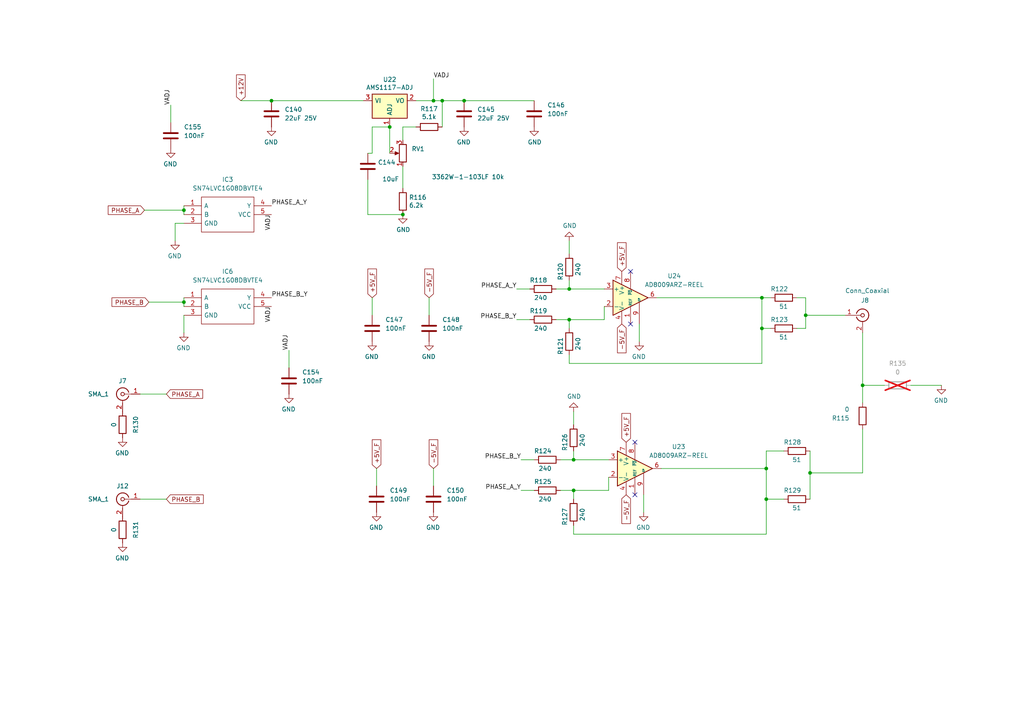
<source format=kicad_sch>
(kicad_sch (version 20231120) (generator "eeschema") (generator_version "8.0")
  (paper "A4")
  (lib_symbols
    (symbol "Amplifier_Operational:THS3491xDDA" (pin_names (offset 0.127))
      (property "Reference" "U" (at 3.81 3.81 0))
      (property "Value" "THS3491xDDA" (at 10.16 -2.54 0))
      (symbol "THS3491xDDA_1_1"
        (polyline (pts (xy -5.08 5.08) (xy 5.08 0) (xy -5.08 -5.08) (xy -5.08 5.08)) (stroke (width 0.254)) (fill (type background)))
        (pin input line (at 0 -7.62 90) (length 5.08) (name "REF") (number "1"))
        (pin input line (at -7.62 -2.54 0) (length 2.54) (name "-") (number "2"))
        (pin input line (at -7.62 2.54 0) (length 2.54) (name "+") (number "3"))
        (pin power_in line (at -2.54 -7.62 90) (length 3.81) (name "V-") (number "4"))
        (pin no_connect line (at -5.08 0 0) (length 2.54) hide (name "NC") (number "5"))
        (pin output line (at 7.62 0 180) (length 2.54) (name "~") (number "6"))
        (pin power_in line (at -2.54 7.62 270) (length 3.81) (name "V+") (number "7"))
        (pin input line (at 0 7.62 270) (length 5.08) (name "~{PD}") (number "8"))
        (pin passive line (at 2.54 -7.62 90) (length 6.35) (name "EP") (number "9"))
      )
    )
    (symbol "Connector:Conn_Coaxial" (pin_names (offset 1.016) hide)
      (property "Reference" "J" (at 0.254 3.048 0))
      (property "Value" "Conn_Coaxial" (at 2.921 0 90))
      (symbol "Conn_Coaxial_0_1"
        (arc (start -1.778 -0.508) (mid 0.2311 -1.8066) (end 1.778 0) (stroke (width 0.254)))
        (polyline (pts (xy -2.54 0) (xy -0.508 0)))
        (polyline (pts (xy 0 -2.54) (xy 0 -1.778)))
        (circle (center 0 0) (radius 0.508) (stroke (width 0.2032)))
        (arc (start 1.778 0) (mid 0.2099 1.8101) (end -1.778 0.508) (stroke (width 0.254)))
      )
      (symbol "Conn_Coaxial_1_1"
        (pin passive line (at -5.08 0 0) (length 2.54) (name "In") (number "1"))
        (pin passive line (at 0 -5.08 90) (length 2.54) (name "Ext") (number "2"))
      )
    )
    (symbol "Device:C" (pin_numbers hide) (pin_names (offset 0.254))
      (property "Reference" "C" (at 0.635 2.54 0))
      (property "Value" "C" (at 0.635 -2.54 0))
      (symbol "C_0_1"
        (polyline (pts (xy -2.032 -0.762) (xy 2.032 -0.762)) (stroke (width 0.508)))
        (polyline (pts (xy -2.032 0.762) (xy 2.032 0.762)) (stroke (width 0.508)))
      )
      (symbol "C_1_1"
        (pin passive line (at 0 3.81 270) (length 2.794) (name "~") (number "1"))
        (pin passive line (at 0 -3.81 90) (length 2.794) (name "~") (number "2"))
      )
    )
    (symbol "Device:R" (pin_numbers hide) (pin_names (offset 0))
      (property "Reference" "R" (at 2.032 0 90))
      (property "Value" "R" (at 0 0 90))
      (symbol "R_0_1"
        (rectangle (start -1.016 -2.54) (end 1.016 2.54) (stroke (width 0.254)))
      )
      (symbol "R_1_1"
        (pin passive line (at 0 3.81 270) (length 1.27) (name "~") (number "1"))
        (pin passive line (at 0 -3.81 90) (length 1.27) (name "~") (number "2"))
      )
    )
    (symbol "Device:R_Potentiometer" (pin_names (offset 1.016) hide)
      (property "Reference" "RV" (at -4.445 0 90))
      (property "Value" "R_Potentiometer" (at -2.54 0 90))
      (symbol "R_Potentiometer_0_1"
        (polyline (pts (xy 2.54 0) (xy 1.524 0)))
        (polyline (pts (xy 1.143 0) (xy 2.286 0.508) (xy 2.286 -0.508) (xy 1.143 0)) (fill (type outline)))
        (rectangle (start 1.016 2.54) (end -1.016 -2.54) (stroke (width 0.254)))
      )
      (symbol "R_Potentiometer_1_1"
        (pin passive line (at 0 3.81 270) (length 1.27) (name "1") (number "1"))
        (pin passive line (at 3.81 0 180) (length 1.27) (name "2") (number "2"))
        (pin passive line (at 0 -3.81 90) (length 1.27) (name "3") (number "3"))
      )
    )
    (symbol "Regulator_Linear:AMS1117" (pin_names (offset 0.762))
      (property "Reference" "U" (at -3.81 3.175 0))
      (property "Value" "AMS1117" (at 0 3.175 0))
      (symbol "AMS1117_0_1"
        (rectangle (start -5.08 -5.08) (end 5.08 1.905) (stroke (width 0.254)) (fill (type background)))
      )
      (symbol "AMS1117_1_1"
        (pin input line (at 0 -7.62 90) (length 2.54) (name "ADJ") (number "1"))
        (pin power_out line (at 7.62 0 180) (length 2.54) (name "VO") (number "2"))
        (pin power_in line (at -7.62 0 0) (length 2.54) (name "VI") (number "3"))
      )
    )
    (symbol "SN74LVC1G08DBVTE4:SN74LVC1G08DBVTE4" (pin_names (offset 0.762))
      (property "Reference" "IC" (at 21.59 7.62 0))
      (property "Value" "SN74LVC1G08DBVTE4" (at 21.59 5.08 0))
      (symbol "SN74LVC1G08DBVTE4_0_0"
        (pin bidirectional line (at 0 0 0) (length 5.08) (name "A") (number "1"))
        (pin bidirectional line (at 0 -2.54 0) (length 5.08) (name "B") (number "2"))
        (pin power_in line (at 0 -5.08 0) (length 5.08) (name "GND") (number "3"))
        (pin bidirectional line (at 25.4 0 180) (length 5.08) (name "Y") (number "4"))
        (pin power_in line (at 25.4 -2.54 180) (length 5.08) (name "VCC") (number "5"))
      )
      (symbol "SN74LVC1G08DBVTE4_0_1"
        (polyline (pts (xy 5.08 2.54) (xy 20.32 2.54) (xy 20.32 -7.62) (xy 5.08 -7.62) (xy 5.08 2.54)) (stroke (width 0.1524)))
      )
    )
    (symbol "power:GND" (power) (pin_names (offset 0))
      (property "Value" "GND" (at 0 -3.81 0))
      (symbol "GND_0_1"
        (polyline (pts (xy 0 0) (xy 0 -1.27) (xy 1.27 -1.27) (xy 0 -2.54) (xy -1.27 -1.27) (xy 0 -1.27)))
      )
      (symbol "GND_1_1"
        (pin power_in line (at 0 0 270) (length 0) hide (name "GND") (number "1"))
      )
    )
  )
  (junction (at 234.95 137.16))
  (junction (at 53.34 87.63))
  (junction (at 165.1 83.82))
  (junction (at 166.37 142.24))
  (junction (at 113.03 36.83))
  (junction (at 116.84 62.23))
  (junction (at 222.25 144.78))
  (junction (at 134.62 29.21))
  (junction (at 165.1 92.71))
  (junction (at 166.37 133.35))
  (junction (at 125.73 29.21))
  (junction (at 222.25 135.89))
  (junction (at 53.34 60.96))
  (junction (at 128.27 29.21))
  (junction (at 233.68 91.44))
  (junction (at 78.74 29.21))
  (junction (at 250.19 111.76))
  (junction (at 220.98 86.36))
  (junction (at 220.98 95.25))
  (no_connect (at 184.15 143.51))
  (no_connect (at 184.15 128.27))
  (no_connect (at 182.88 78.74))
  (no_connect (at 182.88 93.98))
  (wire (pts (xy 40.64 144.78) (xy 48.26 144.78)))
  (wire (pts (xy 166.37 130.81) (xy 166.37 133.35)))
  (wire (pts (xy 231.14 86.36) (xy 233.68 86.36)))
  (wire (pts (xy 116.84 48.26) (xy 116.84 54.61)))
  (wire (pts (xy 165.1 69.85) (xy 165.1 73.66)))
  (wire (pts (xy 166.37 133.35) (xy 176.53 133.35)))
  (wire (pts (xy 128.27 29.21) (xy 134.62 29.21)))
  (wire (pts (xy 234.95 137.16) (xy 250.19 137.16)))
  (wire (pts (xy 113.03 36.83) (xy 113.03 44.45)))
  (wire (pts (xy 185.42 93.98) (xy 185.42 99.06)))
  (wire (pts (xy 106.68 62.23) (xy 116.84 62.23)))
  (wire (pts (xy 222.25 135.89) (xy 222.25 144.78)))
  (wire (pts (xy 165.1 102.87) (xy 165.1 105.41)))
  (wire (pts (xy 165.1 83.82) (xy 161.29 83.82)))
  (wire (pts (xy 78.74 29.21) (xy 105.41 29.21)))
  (wire (pts (xy 107.95 44.45) (xy 106.68 44.45)))
  (wire (pts (xy 227.33 130.81) (xy 222.25 130.81)))
  (wire (pts (xy 50.8 69.85) (xy 50.8 64.77)))
  (wire (pts (xy 134.62 29.21) (xy 154.94 29.21)))
  (wire (pts (xy 107.95 86.36) (xy 107.95 91.44)))
  (wire (pts (xy 165.1 95.25) (xy 165.1 92.71)))
  (wire (pts (xy 83.82 101.6) (xy 83.82 106.68)))
  (wire (pts (xy 151.13 142.24) (xy 154.94 142.24)))
  (wire (pts (xy 166.37 154.94) (xy 222.25 154.94)))
  (wire (pts (xy 151.13 133.35) (xy 154.94 133.35)))
  (wire (pts (xy 50.8 64.77) (xy 53.34 64.77)))
  (wire (pts (xy 222.25 154.94) (xy 222.25 144.78)))
  (wire (pts (xy 234.95 130.81) (xy 234.95 137.16)))
  (wire (pts (xy 43.18 87.63) (xy 53.34 87.63)))
  (wire (pts (xy 41.91 60.96) (xy 53.34 60.96)))
  (wire (pts (xy 125.73 29.21) (xy 128.27 29.21)))
  (wire (pts (xy 165.1 92.71) (xy 175.26 92.71)))
  (wire (pts (xy 233.68 95.25) (xy 231.14 95.25)))
  (wire (pts (xy 53.34 86.36) (xy 53.34 87.63)))
  (wire (pts (xy 165.1 83.82) (xy 175.26 83.82)))
  (wire (pts (xy 250.19 111.76) (xy 250.19 116.84)))
  (wire (pts (xy 53.34 59.69) (xy 53.34 60.96)))
  (wire (pts (xy 166.37 119.38) (xy 166.37 123.19)))
  (wire (pts (xy 69.85 29.21) (xy 78.74 29.21)))
  (wire (pts (xy 128.27 36.83) (xy 128.27 29.21)))
  (wire (pts (xy 53.34 87.63) (xy 53.34 88.9)))
  (wire (pts (xy 166.37 142.24) (xy 162.56 142.24)))
  (wire (pts (xy 165.1 92.71) (xy 161.29 92.71)))
  (wire (pts (xy 250.19 137.16) (xy 250.19 124.46)))
  (wire (pts (xy 223.52 95.25) (xy 220.98 95.25)))
  (wire (pts (xy 116.84 40.64) (xy 116.84 36.83)))
  (wire (pts (xy 166.37 152.4) (xy 166.37 154.94)))
  (wire (pts (xy 222.25 135.89) (xy 191.77 135.89)))
  (wire (pts (xy 53.34 60.96) (xy 53.34 62.23)))
  (wire (pts (xy 125.73 22.86) (xy 125.73 29.21)))
  (wire (pts (xy 106.68 52.07) (xy 106.68 62.23)))
  (wire (pts (xy 234.95 137.16) (xy 234.95 144.78)))
  (wire (pts (xy 166.37 144.78) (xy 166.37 142.24)))
  (wire (pts (xy 222.25 130.81) (xy 222.25 135.89)))
  (wire (pts (xy 250.19 111.76) (xy 256.54 111.76)))
  (wire (pts (xy 165.1 81.28) (xy 165.1 83.82)))
  (wire (pts (xy 233.68 86.36) (xy 233.68 91.44)))
  (wire (pts (xy 227.33 144.78) (xy 222.25 144.78)))
  (wire (pts (xy 149.86 83.82) (xy 153.67 83.82)))
  (wire (pts (xy 49.53 30.48) (xy 49.53 35.56)))
  (wire (pts (xy 233.68 95.25) (xy 233.68 91.44)))
  (wire (pts (xy 107.95 44.45) (xy 107.95 36.83)))
  (wire (pts (xy 166.37 133.35) (xy 162.56 133.35)))
  (wire (pts (xy 165.1 105.41) (xy 220.98 105.41)))
  (wire (pts (xy 166.37 142.24) (xy 176.53 142.24)))
  (wire (pts (xy 220.98 86.36) (xy 190.5 86.36)))
  (wire (pts (xy 220.98 86.36) (xy 220.98 95.25)))
  (wire (pts (xy 107.95 36.83) (xy 113.03 36.83)))
  (wire (pts (xy 125.73 135.89) (xy 125.73 140.97)))
  (wire (pts (xy 264.16 111.76) (xy 273.05 111.76)))
  (wire (pts (xy 53.34 96.52) (xy 53.34 91.44)))
  (wire (pts (xy 220.98 105.41) (xy 220.98 95.25)))
  (wire (pts (xy 223.52 86.36) (xy 220.98 86.36)))
  (wire (pts (xy 109.22 135.89) (xy 109.22 140.97)))
  (wire (pts (xy 40.64 114.3) (xy 48.26 114.3)))
  (wire (pts (xy 176.53 138.43) (xy 176.53 142.24)))
  (wire (pts (xy 120.65 29.21) (xy 125.73 29.21)))
  (wire (pts (xy 175.26 88.9) (xy 175.26 92.71)))
  (wire (pts (xy 250.19 96.52) (xy 250.19 111.76)))
  (wire (pts (xy 124.46 86.36) (xy 124.46 91.44)))
  (wire (pts (xy 149.86 92.71) (xy 153.67 92.71)))
  (wire (pts (xy 233.68 91.44) (xy 245.11 91.44)))
  (wire (pts (xy 116.84 36.83) (xy 120.65 36.83)))
  (wire (pts (xy 186.69 143.51) (xy 186.69 148.59)))
  (label "PHASE_B_Y" (at 78.74 86.36 0))
  (label "VADJ" (at 78.74 88.9 270))
  (label "VADJ" (at 125.73 22.86 0))
  (label "PHASE_A_Y" (at 151.13 142.24 180))
  (label "PHASE_B_Y" (at 151.13 133.35 180))
  (label "VADJ" (at 83.82 101.6 90))
  (label "PHASE_B_Y" (at 149.86 92.71 180))
  (label "VADJ" (at 49.53 30.48 90))
  (label "PHASE_A_Y" (at 149.86 83.82 180))
  (label "PHASE_A_Y" (at 78.74 59.69 0))
  (label "VADJ" (at 78.74 62.23 270))
  (global_label "+5V_F" (shape input) (at 180.34 78.74 90) (property "Intersheetrefs" "${INTERSHEET_REFS}" (effects (hide yes))))
  (global_label "-5V_F" (shape input) (at 124.46 86.36 90) (property "Intersheetrefs" "${INTERSHEET_REFS}" (effects (hide yes))))
  (global_label "PHASE_B" (shape input) (at 43.18 87.63 180) (property "Intersheetrefs" "${INTERSHEET_REFS}" (effects (hide yes))))
  (global_label "+5V_F" (shape input) (at 181.61 128.27 90) (property "Intersheetrefs" "${INTERSHEET_REFS}" (effects (hide yes))))
  (global_label "-5V_F" (shape input) (at 125.73 135.89 90) (property "Intersheetrefs" "${INTERSHEET_REFS}" (effects (hide yes))))
  (global_label "-5V_F" (shape input) (at 181.61 143.51 270) (property "Intersheetrefs" "${INTERSHEET_REFS}" (effects (hide yes))))
  (global_label "+12V" (shape input) (at 69.85 29.21 90) (property "Intersheetrefs" "${INTERSHEET_REFS}" (effects (hide yes))))
  (global_label "PHASE_A" (shape input) (at 48.26 114.3 0) (property "Intersheetrefs" "${INTERSHEET_REFS}" (effects (hide yes))))
  (global_label "-5V_F" (shape input) (at 180.34 93.98 270) (property "Intersheetrefs" "${INTERSHEET_REFS}" (effects (hide yes))))
  (global_label "+5V_F" (shape input) (at 109.22 135.89 90) (property "Intersheetrefs" "${INTERSHEET_REFS}" (effects (hide yes))))
  (global_label "+5V_F" (shape input) (at 107.95 86.36 90) (property "Intersheetrefs" "${INTERSHEET_REFS}" (effects (hide yes))))
  (global_label "PHASE_A" (shape input) (at 41.91 60.96 180) (property "Intersheetrefs" "${INTERSHEET_REFS}" (effects (hide yes))))
  (global_label "PHASE_B" (shape input) (at 48.26 144.78 0) (property "Intersheetrefs" "${INTERSHEET_REFS}" (effects (hide yes))))
  (symbol (lib_id "power:GND") (at 35.56 157.48 0) (mirror y) (unit 1)
    (property "Reference" "#PWR0204" (effects (hide yes)))
    (property "Value" "GND" (at 35.433 161.8742 0))
  )
  (symbol (lib_id "Regulator_Linear:AMS1117") (at 113.03 29.21 0) (unit 1)
    (property "Reference" "U22" (at 113.03 23.0632 0))
    (property "Value" "AMS1117-ADJ" (at 113.03 25.3746 0))
    (property "Footprint" "Package_TO_SOT_SMD:SOT-223-3_TabPin2" (effects (hide yes)))
    (property "Datasheet" "http://www.advanced-monolithic.com/pdf/ds1117.pdf" (effects (hide yes)))
    (property "elitan" "https://www.elitan.ru/price/item13462037" (effects (hide yes)))
    (property "LCSC" "C6188" (effects (hide yes)))
  )
  (symbol (lib_id "Device:R") (at 124.46 36.83 270) (unit 1)
    (property "Reference" "R117" (at 124.46 31.5722 90))
    (property "Value" "5.1k" (at 124.46 33.8836 90))
    (property "Footprint" "lib_mods:R_0805_2012Metric_u" (effects (hide yes)))
    (property "LCSC" "C23186" (effects (hide yes)))
  )
  (symbol (lib_id "power:GND") (at 165.1 69.85 0) (mirror x) (unit 1)
    (property "Reference" "#PWR0196" (effects (hide yes)))
    (property "Value" "GND" (at 165.227 65.4558 0))
  )
  (symbol (lib_id "Device:R") (at 116.84 58.42 0) (unit 1)
    (property "Reference" "R116" (at 118.618 57.2516 0) (effects (justify left)))
    (property "Value" "6.2k" (at 118.618 59.563 0) (effects (justify left)))
    (property "Footprint" "lib_mods:R_0603_1608Metric_u" (effects (hide yes)))
    (property "elitan" "https://www.elitan.ru/price/item21294491" (effects (hide yes)))
    (property "LCSC" "C4260" (effects (hide yes)))
  )
  (symbol (lib_id "Device:R") (at 227.33 95.25 90) (unit 1)
    (property "Reference" "R123" (at 228.6 92.71 90) (effects (justify left)))
    (property "Value" "51" (at 228.6 97.79 90) (effects (justify left)))
    (property "Footprint" "lib_mods:R_0603_1608Metric_u" (effects (hide yes)))
    (property "LCSC" "C23197" (effects (hide yes)))
  )
  (symbol (lib_id "power:GND") (at 186.69 148.59 0) (mirror y) (unit 1)
    (property "Reference" "#PWR0202" (effects (hide yes)))
    (property "Value" "GND" (at 186.563 152.9842 0))
  )
  (symbol (lib_id "power:GND") (at 49.53 43.18 0) (mirror y) (unit 1)
    (property "Reference" "#PWR0207" (effects (hide yes)))
    (property "Value" "GND" (at 49.403 47.5742 0))
  )
  (symbol (lib_id "power:GND") (at 50.8 69.85 0) (mirror y) (unit 1)
    (property "Reference" "#PWR0185" (effects (hide yes)))
    (property "Value" "GND" (at 50.673 74.2442 0))
  )
  (symbol (lib_id "Amplifier_Operational:THS3491xDDA") (at 184.15 135.89 0) (unit 1)
    (property "Reference" "U23" (at 196.85 129.5714 0))
    (property "Value" "AD8009ARZ-REEL" (at 196.85 132.1114 0))
    (property "Footprint" "Package_SO:Texas_R-PDSO-G8_EP2.95x4.9mm_Mask2.4x3.1mm" (effects (hide yes)))
    (property "Datasheet" "http://www.ti.com/lit/ds/symlink/ths3491.pdf" (effects (hide yes)))
    (property "Description" "900-MHz, 500-mA High-Power Output Current Feedback Operational Amplifier, SOIC-8" (effects (hide yes)))
    (property "LCSC" "C652162" (effects (hide yes)))
  )
  (symbol (lib_id "Amplifier_Operational:THS3491xDDA") (at 182.88 86.36 0) (unit 1)
    (property "Reference" "U24" (at 195.58 80.0414 0))
    (property "Value" "AD8009ARZ-REEL" (at 195.58 82.5814 0))
    (property "Footprint" "Package_SO:Texas_R-PDSO-G8_EP2.95x4.9mm_Mask2.4x3.1mm" (effects (hide yes)))
    (property "Datasheet" "http://www.ti.com/lit/ds/symlink/ths3491.pdf" (effects (hide yes)))
    (property "Description" "900-MHz, 500-mA High-Power Output Current Feedback Operational Amplifier, SOIC-8" (effects (hide yes)))
    (property "LCSC" "C652162" (effects (hide yes)))
  )
  (symbol (lib_id "power:GND") (at 154.94 36.83 0) (unit 1)
    (property "Reference" "#PWR0194" (effects (hide yes)))
    (property "Value" "GND" (at 155.067 41.2242 0))
  )
  (symbol (lib_id "Device:R") (at 250.19 120.65 0) (unit 1)
    (property "Reference" "R115" (at 246.38 121.285 0) (effects (justify right)))
    (property "Value" "0" (at 246.38 118.745 0) (effects (justify right)))
    (property "Footprint" "lib_mods:R_0603_1608Metric_u" (effects (hide yes)))
    (property "LCSC" "C21189" (effects (hide yes)))
  )
  (symbol (lib_id "Device:C") (at 124.46 95.25 0) (unit 1)
    (property "Reference" "C148" (at 128.27 92.71 0) (effects (justify left)))
    (property "Value" "100nF" (at 128.27 95.25 0) (effects (justify left)))
    (property "Footprint" "lib_mods:C_0603_1608Metric_u" (effects (hide yes)))
    (property "LCSC" "C14663" (effects (hide yes)))
  )
  (symbol (lib_id "power:GND") (at 125.73 148.59 0) (mirror y) (unit 1)
    (property "Reference" "#PWR0200" (effects (hide yes)))
    (property "Value" "GND" (at 125.603 152.9842 0))
  )
  (symbol (lib_id "Device:R") (at 231.14 144.78 90) (unit 1)
    (property "Reference" "R129" (at 232.41 142.24 90) (effects (justify left)))
    (property "Value" "51" (at 232.41 147.32 90) (effects (justify left)))
    (property "Footprint" "lib_mods:R_0603_1608Metric_u" (effects (hide yes)))
    (property "LCSC" "C23197" (effects (hide yes)))
  )
  (symbol (lib_id "SN74LVC1G08DBVTE4:SN74LVC1G08DBVTE4") (at 53.34 59.69 0) (unit 1)
    (property "Reference" "IC3" (at 66.04 52.07 0))
    (property "Value" "SN74LVC1G08DBVTE4" (at 66.04 54.61 0))
    (property "Footprint" "Package_TO_SOT_SMD:SOT-23-5" (effects (hide yes)))
    (property "Datasheet" "http://www.ti.com/lit/ds/symlink/sn74lvc1g08.pdf" (effects (hide yes)))
    (property "Description" "Logic Gates SNGL 2 Input Pos AND Gate" (effects (hide yes)))
    (property "Description_1" "Logic Gates SNGL 2 Input Pos AND Gate" (effects (hide yes)))
    (property "Height" "1.45" (effects (hide yes)))
    (property "Manufacturer_Name" "Texas Instruments" (effects (hide yes)))
    (property "Manufacturer_Part_Number" "SN74LVC1G08DBVTE4" (effects (hide yes)))
    (property "Mouser Part Number" "595-74LVC1G08DBVTE4" (effects (hide yes)))
    (property "Mouser Price/Stock" "https://www.mouser.com/Search/Refine.aspx?Keyword=595-74LVC1G08DBVTE4" (effects (hide yes)))
    (property "LCSC" "C7666" (effects (hide yes)))
  )
  (symbol (lib_id "Device:C") (at 106.68 48.26 0) (unit 1)
    (property "Reference" "C144" (at 109.601 47.0916 0) (effects (justify left)))
    (property "Value" "10uF" (at 110.871 51.943 0) (effects (justify left)))
    (property "Footprint" "lib_mods:C_0805_2012Metric_u" (effects (hide yes)))
    (property "elitan" "https://www.elitan.ru/price/item5649887" (effects (hide yes)))
  )
  (symbol (lib_id "power:GND") (at 35.56 127 0) (mirror y) (unit 1)
    (property "Reference" "#PWR0203" (effects (hide yes)))
    (property "Value" "GND" (at 35.433 131.3942 0))
  )
  (symbol (lib_id "power:GND") (at 273.05 111.76 0) (mirror y) (unit 1)
    (property "Reference" "#PWR0212" (effects (hide yes)))
    (property "Value" "GND" (at 272.923 116.1542 0))
  )
  (symbol (lib_id "Connector:Conn_Coaxial") (at 250.19 91.44 0) (unit 1)
    (property "Reference" "J8" (at 249.682 87.122 0) (effects (justify left)))
    (property "Value" "Conn_Coaxial" (at 245.11 84.328 0) (effects (justify left)))
    (property "Footprint" "lib_mods:SMA-SMD_HJ-SMA362" (effects (hide yes)))
    (property "elitan" "https://www.elitan.ru/price/item715750" (effects (hide yes)))
    (property "LCSC" "C2905338" (effects (hide yes)))
  )
  (symbol (lib_id "Device:R") (at 231.14 130.81 90) (unit 1)
    (property "Reference" "R128" (at 232.41 128.27 90) (effects (justify left)))
    (property "Value" "51" (at 232.41 133.35 90) (effects (justify left)))
    (property "Footprint" "lib_mods:R_0603_1608Metric_u" (effects (hide yes)))
    (property "LCSC" "C23197" (effects (hide yes)))
  )
  (symbol (lib_id "power:GND") (at 107.95 99.06 0) (mirror y) (unit 1)
    (property "Reference" "#PWR0197" (effects (hide yes)))
    (property "Value" "GND" (at 107.823 103.4542 0))
  )
  (symbol (lib_id "power:GND") (at 124.46 99.06 0) (mirror y) (unit 1)
    (property "Reference" "#PWR0199" (effects (hide yes)))
    (property "Value" "GND" (at 124.333 103.4542 0))
  )
  (symbol (lib_id "Device:C") (at 154.94 33.02 0) (unit 1)
    (property "Reference" "C146" (at 158.75 30.48 0) (effects (justify left)))
    (property "Value" "100nF" (at 158.75 33.02 0) (effects (justify left)))
    (property "Footprint" "lib_mods:C_0603_1608Metric_u" (effects (hide yes)))
    (property "LCSC" "C14663" (effects (hide yes)))
  )
  (symbol (lib_id "Connector:Conn_Coaxial") (at 35.56 144.78 0) (mirror y) (unit 1)
    (property "Reference" "J12" (at 35.56 140.97 0))
    (property "Value" "SMA_1" (at 28.575 144.78 0))
    (property "Footprint" "lib_mods:SMA_Amphenol_132134-16_Vertical" (effects (hide yes)))
    (property "LCSC" "C504007" (effects (hide yes)))
  )
  (symbol (lib_id "Device:R") (at 260.35 111.76 90) (unit 1) (dnp yes)
    (property "Reference" "R135" (at 260.35 105.41 90))
    (property "Value" "0" (at 260.35 107.95 90))
    (property "Footprint" "lib_mods:R_0603_1608Metric_u" (effects (hide yes)))
  )
  (symbol (lib_id "Device:C") (at 49.53 39.37 0) (unit 1)
    (property "Reference" "C155" (at 53.34 36.83 0) (effects (justify left)))
    (property "Value" "100nF" (at 53.34 39.37 0) (effects (justify left)))
    (property "Footprint" "lib_mods:C_0603_1608Metric_u" (effects (hide yes)))
    (property "LCSC" "C14663" (effects (hide yes)))
  )
  (symbol (lib_id "Device:R") (at 157.48 92.71 90) (unit 1)
    (property "Reference" "R119" (at 158.75 90.17 90) (effects (justify left)))
    (property "Value" "240" (at 158.75 95.25 90) (effects (justify left)))
    (property "Footprint" "lib_mods:R_0603_1608Metric_u" (effects (hide yes)))
    (property "LCSC" "C23350" (effects (hide yes)))
  )
  (symbol (lib_id "Device:C") (at 78.74 33.02 0) (unit 1)
    (property "Reference" "C140" (at 82.55 31.7499 0) (effects (justify left)))
    (property "Value" "22uF 25V" (at 82.55 34.2899 0) (effects (justify left)))
    (property "Footprint" "lib_mods:C_1206_3216Metric_u" (effects (hide yes)))
    (property "Description" "Unpolarized capacitor" (effects (hide yes)))
    (property "LCSC" "C12891" (effects (hide yes)))
  )
  (symbol (lib_id "Device:R") (at 158.75 142.24 90) (unit 1)
    (property "Reference" "R125" (at 160.02 139.7 90) (effects (justify left)))
    (property "Value" "240" (at 160.02 144.78 90) (effects (justify left)))
    (property "Footprint" "lib_mods:R_0603_1608Metric_u" (effects (hide yes)))
    (property "LCSC" "C23350" (effects (hide yes)))
  )
  (symbol (lib_id "Device:R") (at 166.37 148.59 180) (unit 1)
    (property "Reference" "R127" (at 163.83 147.32 90) (effects (justify left)))
    (property "Value" "240" (at 168.91 147.32 90) (effects (justify left)))
    (property "Footprint" "lib_mods:R_0603_1608Metric_u" (effects (hide yes)))
    (property "LCSC" "C23350" (effects (hide yes)))
  )
  (symbol (lib_id "Device:R_Potentiometer") (at 116.84 44.45 180) (unit 1)
    (property "Reference" "RV1" (at 119.38 43.1799 0) (effects (justify right)))
    (property "Value" "3362W-1-103LF 10k" (at 125.222 51.308 0) (effects (justify right)))
    (property "Footprint" "lib_mods:RES-ADJ-TH_3P-L7.1-W6.9-P2.50-BL-BS" (effects (hide yes)))
    (property "Description" "Potentiometer" (effects (hide yes)))
    (property "LCSC" "C81167" (effects (hide yes)))
  )
  (symbol (lib_id "Device:R") (at 35.56 123.19 0) (unit 1)
    (property "Reference" "R130" (at 39.37 123.19 90))
    (property "Value" "0" (at 33.02 123.19 90))
    (property "Footprint" "lib_mods:R_0603_1608Metric_u" (effects (hide yes)))
    (property "JLC" "0603" (effects (hide yes)))
    (property "LCSC" "C21189" (effects (hide yes)))
  )
  (symbol (lib_id "Device:R") (at 165.1 77.47 180) (unit 1)
    (property "Reference" "R120" (at 162.56 76.2 90) (effects (justify left)))
    (property "Value" "240" (at 167.64 76.2 90) (effects (justify left)))
    (property "Footprint" "lib_mods:R_0603_1608Metric_u" (effects (hide yes)))
    (property "LCSC" "C23350" (effects (hide yes)))
  )
  (symbol (lib_id "Device:R") (at 165.1 99.06 180) (unit 1)
    (property "Reference" "R121" (at 162.56 97.79 90) (effects (justify left)))
    (property "Value" "240" (at 167.64 97.79 90) (effects (justify left)))
    (property "Footprint" "lib_mods:R_0603_1608Metric_u" (effects (hide yes)))
    (property "LCSC" "C23350" (effects (hide yes)))
  )
  (symbol (lib_id "power:GND") (at 116.84 62.23 0) (unit 1)
    (property "Reference" "#PWR0192" (effects (hide yes)))
    (property "Value" "GND" (at 116.967 66.6242 0))
  )
  (symbol (lib_id "power:GND") (at 53.34 96.52 0) (mirror y) (unit 1)
    (property "Reference" "#PWR0190" (effects (hide yes)))
    (property "Value" "GND" (at 53.213 100.9142 0))
  )
  (symbol (lib_id "Device:C") (at 125.73 144.78 0) (unit 1)
    (property "Reference" "C150" (at 129.54 142.24 0) (effects (justify left)))
    (property "Value" "100nF" (at 129.54 144.78 0) (effects (justify left)))
    (property "Footprint" "lib_mods:C_0603_1608Metric_u" (effects (hide yes)))
    (property "LCSC" "C14663" (effects (hide yes)))
  )
  (symbol (lib_id "Device:C") (at 134.62 33.02 0) (unit 1)
    (property "Reference" "C145" (at 138.43 31.7499 0) (effects (justify left)))
    (property "Value" "22uF 25V" (at 138.43 34.2899 0) (effects (justify left)))
    (property "Footprint" "lib_mods:C_1206_3216Metric_u" (effects (hide yes)))
    (property "Description" "Unpolarized capacitor" (effects (hide yes)))
    (property "LCSC" "C12891" (effects (hide yes)))
  )
  (symbol (lib_id "power:GND") (at 83.82 114.3 0) (mirror y) (unit 1)
    (property "Reference" "#PWR0206" (effects (hide yes)))
    (property "Value" "GND" (at 83.693 118.6942 0))
  )
  (symbol (lib_id "Device:R") (at 158.75 133.35 90) (unit 1)
    (property "Reference" "R124" (at 160.02 130.81 90) (effects (justify left)))
    (property "Value" "240" (at 160.02 135.89 90) (effects (justify left)))
    (property "Footprint" "lib_mods:R_0603_1608Metric_u" (effects (hide yes)))
    (property "LCSC" "C23350" (effects (hide yes)))
  )
  (symbol (lib_id "Device:R") (at 166.37 127 180) (unit 1)
    (property "Reference" "R126" (at 163.83 125.73 90) (effects (justify left)))
    (property "Value" "240" (at 168.91 125.73 90) (effects (justify left)))
    (property "Footprint" "lib_mods:R_0603_1608Metric_u" (effects (hide yes)))
    (property "LCSC" "C23350" (effects (hide yes)))
  )
  (symbol (lib_id "power:GND") (at 185.42 99.06 0) (mirror y) (unit 1)
    (property "Reference" "#PWR0198" (effects (hide yes)))
    (property "Value" "GND" (at 185.293 103.4542 0))
  )
  (symbol (lib_id "Device:R") (at 157.48 83.82 90) (unit 1)
    (property "Reference" "R118" (at 158.75 81.28 90) (effects (justify left)))
    (property "Value" "240" (at 158.75 86.36 90) (effects (justify left)))
    (property "Footprint" "lib_mods:R_0603_1608Metric_u" (effects (hide yes)))
    (property "LCSC" "C23350" (effects (hide yes)))
  )
  (symbol (lib_id "power:GND") (at 109.22 148.59 0) (mirror y) (unit 1)
    (property "Reference" "#PWR0195" (effects (hide yes)))
    (property "Value" "GND" (at 109.093 152.9842 0))
  )
  (symbol (lib_id "Device:R") (at 227.33 86.36 90) (unit 1)
    (property "Reference" "R122" (at 228.6 83.82 90) (effects (justify left)))
    (property "Value" "51" (at 228.6 88.9 90) (effects (justify left)))
    (property "Footprint" "lib_mods:R_0603_1608Metric_u" (effects (hide yes)))
    (property "LCSC" "C23197" (effects (hide yes)))
  )
  (symbol (lib_id "power:GND") (at 78.74 36.83 0) (mirror y) (unit 1)
    (property "Reference" "#PWR0191" (effects (hide yes)))
    (property "Value" "GND" (at 78.613 41.2242 0))
  )
  (symbol (lib_id "Device:C") (at 107.95 95.25 0) (unit 1)
    (property "Reference" "C147" (at 111.76 92.71 0) (effects (justify left)))
    (property "Value" "100nF" (at 111.76 95.25 0) (effects (justify left)))
    (property "Footprint" "lib_mods:C_0603_1608Metric_u" (effects (hide yes)))
    (property "LCSC" "C14663" (effects (hide yes)))
  )
  (symbol (lib_id "Device:C") (at 83.82 110.49 0) (unit 1)
    (property "Reference" "C154" (at 87.63 107.95 0) (effects (justify left)))
    (property "Value" "100nF" (at 87.63 110.49 0) (effects (justify left)))
    (property "Footprint" "lib_mods:C_0603_1608Metric_u" (effects (hide yes)))
    (property "LCSC" "C14663" (effects (hide yes)))
  )
  (symbol (lib_id "Device:C") (at 109.22 144.78 0) (unit 1)
    (property "Reference" "C149" (at 113.03 142.24 0) (effects (justify left)))
    (property "Value" "100nF" (at 113.03 144.78 0) (effects (justify left)))
    (property "Footprint" "lib_mods:C_0603_1608Metric_u" (effects (hide yes)))
    (property "LCSC" "C14663" (effects (hide yes)))
  )
  (symbol (lib_id "power:GND") (at 134.62 36.83 0) (mirror y) (unit 1)
    (property "Reference" "#PWR0193" (effects (hide yes)))
    (property "Value" "GND" (at 134.493 41.2242 0))
  )
  (symbol (lib_id "power:GND") (at 166.37 119.38 0) (mirror x) (unit 1)
    (property "Reference" "#PWR0201" (effects (hide yes)))
    (property "Value" "GND" (at 166.497 114.9858 0))
  )
  (symbol (lib_id "Device:R") (at 35.56 153.67 0) (unit 1)
    (property "Reference" "R131" (at 39.37 153.67 90))
    (property "Value" "0" (at 33.02 153.67 90))
    (property "Footprint" "lib_mods:R_0603_1608Metric_u" (effects (hide yes)))
    (property "JLC" "0603" (effects (hide yes)))
    (property "LCSC" "C21189" (effects (hide yes)))
  )
  (symbol (lib_id "Connector:Conn_Coaxial") (at 35.56 114.3 0) (mirror y) (unit 1)
    (property "Reference" "J7" (at 35.56 110.49 0))
    (property "Value" "SMA_1" (at 28.575 114.3 0))
    (property "Footprint" "lib_mods:SMA_Amphenol_132134-16_Vertical" (effects (hide yes)))
    (property "LCSC" "C504007" (effects (hide yes)))
  )
  (symbol (lib_id "SN74LVC1G08DBVTE4:SN74LVC1G08DBVTE4") (at 53.34 86.36 0) (unit 1)
    (property "Reference" "IC6" (at 66.04 78.74 0))
    (property "Value" "SN74LVC1G08DBVTE4" (at 66.04 81.28 0))
    (property "Footprint" "Package_TO_SOT_SMD:SOT-23-5" (effects (hide yes)))
    (property "Datasheet" "http://www.ti.com/lit/ds/symlink/sn74lvc1g08.pdf" (effects (hide yes)))
    (property "Description" "Logic Gates SNGL 2 Input Pos AND Gate" (effects (hide yes)))
    (property "Description_1" "Logic Gates SNGL 2 Input Pos AND Gate" (effects (hide yes)))
    (property "Height" "1.45" (effects (hide yes)))
    (property "Manufacturer_Name" "Texas Instruments" (effects (hide yes)))
    (property "Manufacturer_Part_Number" "SN74LVC1G08DBVTE4" (effects (hide yes)))
    (property "Mouser Part Number" "595-74LVC1G08DBVTE4" (effects (hide yes)))
    (property "Mouser Price/Stock" "https://www.mouser.com/Search/Refine.aspx?Keyword=595-74LVC1G08DBVTE4" (effects (hide yes)))
    (property "LCSC" "C7666" (effects (hide yes)))
  )
)
</source>
